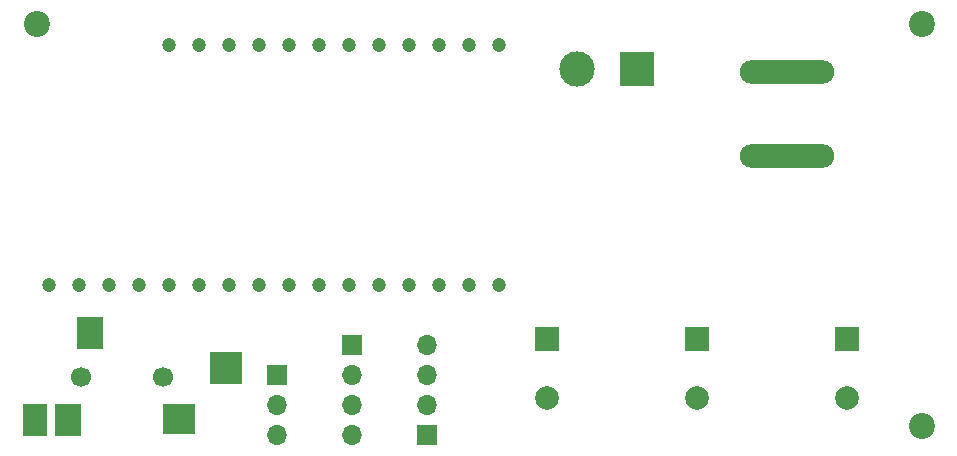
<source format=gts>
G04 #@! TF.GenerationSoftware,KiCad,Pcbnew,(5.1.7)-1*
G04 #@! TF.CreationDate,2021-05-02T01:56:36-07:00*
G04 #@! TF.ProjectId,computer_rgb_controller,636f6d70-7574-4657-925f-7267625f636f,rev?*
G04 #@! TF.SameCoordinates,Original*
G04 #@! TF.FileFunction,Soldermask,Top*
G04 #@! TF.FilePolarity,Negative*
%FSLAX46Y46*%
G04 Gerber Fmt 4.6, Leading zero omitted, Abs format (unit mm)*
G04 Created by KiCad (PCBNEW (5.1.7)-1) date 2021-05-02 01:56:36*
%MOMM*%
%LPD*%
G01*
G04 APERTURE LIST*
%ADD10C,2.200000*%
%ADD11R,2.000000X2.000000*%
%ADD12C,2.000000*%
%ADD13R,1.700000X1.700000*%
%ADD14O,1.700000X1.700000*%
%ADD15R,3.000000X3.000000*%
%ADD16C,3.000000*%
%ADD17O,8.000000X2.000000*%
%ADD18C,1.200000*%
%ADD19R,2.000000X2.800000*%
%ADD20R,2.800000X2.600000*%
%ADD21R,2.200000X2.800000*%
%ADD22C,1.700000*%
%ADD23R,2.800000X2.800000*%
G04 APERTURE END LIST*
D10*
X154940000Y-70866000D03*
X154940000Y-36830000D03*
X80010000Y-36830000D03*
D11*
X123190000Y-63500000D03*
D12*
X123190000Y-68500000D03*
D11*
X148590000Y-63500000D03*
D12*
X148590000Y-68500000D03*
X135890000Y-68500000D03*
D11*
X135890000Y-63500000D03*
D13*
X106680000Y-64008000D03*
D14*
X106680000Y-66548000D03*
X106680000Y-69088000D03*
X106680000Y-71628000D03*
D13*
X113030000Y-71628000D03*
D14*
X113030000Y-69088000D03*
X113030000Y-66548000D03*
X113030000Y-64008000D03*
D13*
X100330000Y-66548000D03*
D14*
X100330000Y-69088000D03*
X100330000Y-71628000D03*
D15*
X130810000Y-40640000D03*
D16*
X125730000Y-40640000D03*
D17*
X143510000Y-48006000D03*
X143510000Y-40894000D03*
D18*
X81026000Y-58928000D03*
X83566000Y-58928000D03*
X86106000Y-58928000D03*
X88646000Y-58928000D03*
X91186000Y-38608000D03*
X91186000Y-58928000D03*
X93726000Y-38608000D03*
X93726000Y-58928000D03*
X96266000Y-38608000D03*
X96266000Y-58928000D03*
X98806000Y-38608000D03*
X98806000Y-58928000D03*
X101346000Y-38608000D03*
X101346000Y-58928000D03*
X103886000Y-38608000D03*
X103886000Y-58928000D03*
X106426000Y-38608000D03*
X106426000Y-58928000D03*
X108966000Y-38608000D03*
X108966000Y-58928000D03*
X111506000Y-38608000D03*
X111506000Y-58928000D03*
X114046000Y-38608000D03*
X114046000Y-58928000D03*
X116586000Y-38608000D03*
X116586000Y-58928000D03*
X119126000Y-38608000D03*
X119126000Y-58928000D03*
D19*
X79845000Y-70375000D03*
D20*
X92045000Y-70275000D03*
D21*
X84545000Y-62975000D03*
X82645000Y-70375000D03*
D22*
X83745000Y-66675000D03*
X90745000Y-66675000D03*
D23*
X96045000Y-65925000D03*
M02*

</source>
